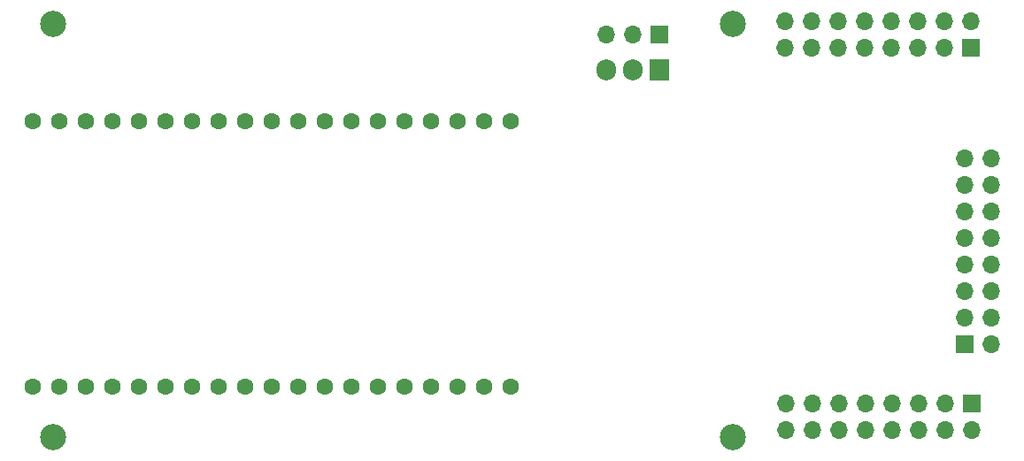
<source format=gbr>
%TF.GenerationSoftware,KiCad,Pcbnew,(6.0.5-0)*%
%TF.CreationDate,2022-06-25T13:44:40+01:00*%
%TF.ProjectId,revised_minh_design,72657669-7365-4645-9f6d-696e685f6465,rev?*%
%TF.SameCoordinates,Original*%
%TF.FileFunction,Soldermask,Bot*%
%TF.FilePolarity,Negative*%
%FSLAX46Y46*%
G04 Gerber Fmt 4.6, Leading zero omitted, Abs format (unit mm)*
G04 Created by KiCad (PCBNEW (6.0.5-0)) date 2022-06-25 13:44:40*
%MOMM*%
%LPD*%
G01*
G04 APERTURE LIST*
%ADD10O,1.700000X1.700000*%
%ADD11R,1.700000X1.700000*%
%ADD12C,2.500000*%
%ADD13R,1.905000X2.000000*%
%ADD14O,1.905000X2.000000*%
%ADD15C,1.600000*%
G04 APERTURE END LIST*
D10*
%TO.C,J4*%
X124079000Y-79375000D03*
X124079000Y-76835000D03*
X126619000Y-79375000D03*
X126619000Y-76835000D03*
X129159000Y-79375000D03*
X129159000Y-76835000D03*
X131699000Y-79375000D03*
X131699000Y-76835000D03*
X134239000Y-79375000D03*
X134239000Y-76835000D03*
X136779000Y-79375000D03*
X136779000Y-76835000D03*
X139319000Y-79375000D03*
X139319000Y-76835000D03*
X141859000Y-79375000D03*
D11*
X141859000Y-76835000D03*
%TD*%
%TO.C,J3*%
X141204000Y-71105000D03*
D10*
X143744000Y-71105000D03*
X141204000Y-68565000D03*
X143744000Y-68565000D03*
X141204000Y-66025000D03*
X143744000Y-66025000D03*
X141204000Y-63485000D03*
X143744000Y-63485000D03*
X141204000Y-60945000D03*
X143744000Y-60945000D03*
X141204000Y-58405000D03*
X143744000Y-58405000D03*
X141204000Y-55865000D03*
X143744000Y-55865000D03*
X141204000Y-53325000D03*
X143744000Y-53325000D03*
%TD*%
D11*
%TO.C,J2*%
X141844000Y-42799000D03*
D10*
X141844000Y-40259000D03*
X139304000Y-42799000D03*
X139304000Y-40259000D03*
X136764000Y-42799000D03*
X136764000Y-40259000D03*
X134224000Y-42799000D03*
X134224000Y-40259000D03*
X131684000Y-42799000D03*
X131684000Y-40259000D03*
X129144000Y-42799000D03*
X129144000Y-40259000D03*
X126604000Y-42799000D03*
X126604000Y-40259000D03*
X124064000Y-42799000D03*
X124064000Y-40259000D03*
%TD*%
D12*
%TO.C, *%
X54000000Y-40500000D03*
%TD*%
%TO.C, *%
X54000000Y-80000000D03*
%TD*%
%TO.C, *%
X119000000Y-80000000D03*
%TD*%
%TO.C, *%
X119000000Y-40500000D03*
%TD*%
D13*
%TO.C,U2*%
X112014000Y-44902000D03*
D14*
X109474000Y-44902000D03*
X106934000Y-44902000D03*
%TD*%
D11*
%TO.C,J1*%
X112014000Y-41529000D03*
D10*
X109474000Y-41529000D03*
X106934000Y-41529000D03*
%TD*%
D15*
%TO.C,U1*%
X97785000Y-75184000D03*
X95245000Y-75184000D03*
X92705000Y-75184000D03*
X90165000Y-75184000D03*
X87625000Y-75184000D03*
X85085000Y-75184000D03*
X82545000Y-75184000D03*
X80005000Y-75184000D03*
X77465000Y-75184000D03*
X74925000Y-75184000D03*
X72385000Y-75184000D03*
X69845000Y-75184000D03*
X67305000Y-75184000D03*
X64765000Y-75184000D03*
X62225000Y-75184000D03*
X59685000Y-75184000D03*
X57145000Y-75184000D03*
X54605000Y-75184000D03*
X52065000Y-75184000D03*
X52102143Y-49789715D03*
X54599014Y-49789715D03*
X57145000Y-49784000D03*
X59713572Y-49789715D03*
X62250715Y-49789715D03*
X64765000Y-49784000D03*
X67305000Y-49784000D03*
X69845000Y-49784000D03*
X72385000Y-49784000D03*
X74925000Y-49784000D03*
X77465000Y-49784000D03*
X80010715Y-49789715D03*
X82547858Y-49789715D03*
X85085000Y-49784000D03*
X87625000Y-49784000D03*
X90165000Y-49784000D03*
X92705000Y-49784000D03*
X95245000Y-49784000D03*
X97785000Y-49784000D03*
%TD*%
M02*

</source>
